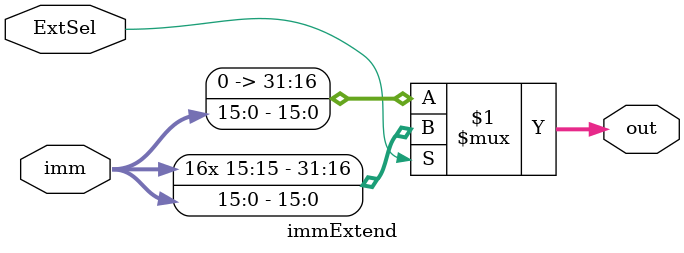
<source format=v>
module immExtend (imm, ExtSel, out);
    input [15:0] imm;
    input ExtSel;
    output [31:0] out;
    assign out = ExtSel?{{16{imm[15]}},imm[15:0]}:{{16{1'b0}},imm[15:0]};
endmodule 
</source>
